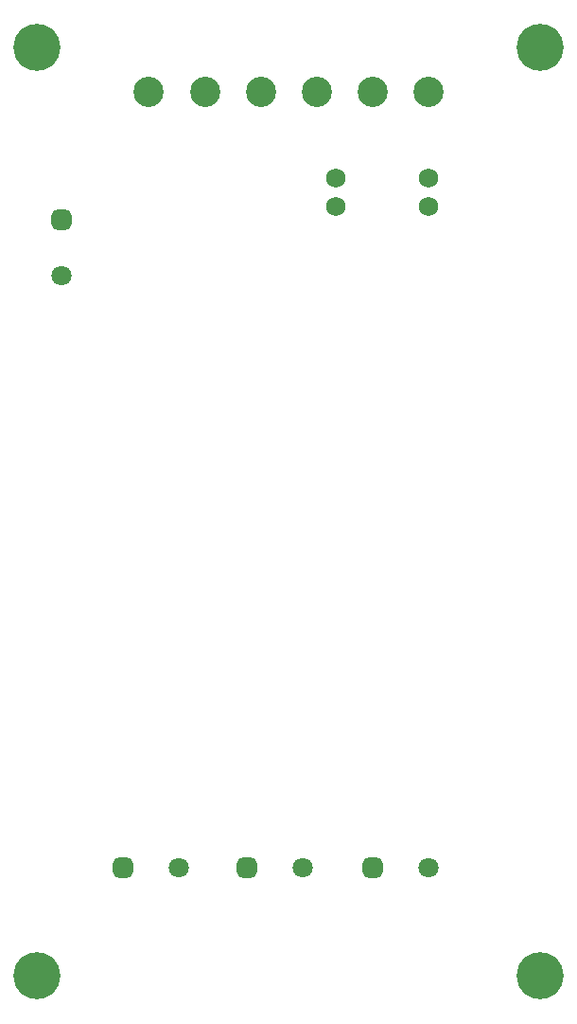
<source format=gbs>
%FSLAX44Y44*%
%MOMM*%
G71*
G01*
G75*
G04 Layer_Color=16711935*
%ADD10R,1.0000X0.9000*%
%ADD11O,0.9000X1.2000*%
%ADD12C,0.5000*%
%ADD13C,2.5000*%
%ADD14C,1.5240*%
%ADD15C,4.0000*%
G04:AMPARAMS|DCode=16|XSize=1.6mm|YSize=1.6mm|CornerRadius=0.4mm|HoleSize=0mm|Usage=FLASHONLY|Rotation=0.000|XOffset=0mm|YOffset=0mm|HoleType=Round|Shape=RoundedRectangle|*
%AMROUNDEDRECTD16*
21,1,1.6000,0.8000,0,0,0.0*
21,1,0.8000,1.6000,0,0,0.0*
1,1,0.8000,0.4000,-0.4000*
1,1,0.8000,-0.4000,-0.4000*
1,1,0.8000,-0.4000,0.4000*
1,1,0.8000,0.4000,0.4000*
%
%ADD16ROUNDEDRECTD16*%
%ADD17C,1.6000*%
G04:AMPARAMS|DCode=18|XSize=1.6mm|YSize=1.6mm|CornerRadius=0.4mm|HoleSize=0mm|Usage=FLASHONLY|Rotation=270.000|XOffset=0mm|YOffset=0mm|HoleType=Round|Shape=RoundedRectangle|*
%AMROUNDEDRECTD18*
21,1,1.6000,0.8000,0,0,270.0*
21,1,0.8000,1.6000,0,0,270.0*
1,1,0.8000,-0.4000,-0.4000*
1,1,0.8000,-0.4000,0.4000*
1,1,0.8000,0.4000,0.4000*
1,1,0.8000,0.4000,-0.4000*
%
%ADD18ROUNDEDRECTD18*%
%ADD19C,0.2500*%
%ADD20C,0.2000*%
%ADD21C,0.2540*%
%ADD22C,0.6000*%
%ADD23R,1.2032X1.1032*%
%ADD24O,1.1032X1.4032*%
%ADD25C,2.7032*%
%ADD26C,1.7272*%
%ADD27C,4.2032*%
G04:AMPARAMS|DCode=28|XSize=1.8032mm|YSize=1.8032mm|CornerRadius=0.5016mm|HoleSize=0mm|Usage=FLASHONLY|Rotation=0.000|XOffset=0mm|YOffset=0mm|HoleType=Round|Shape=RoundedRectangle|*
%AMROUNDEDRECTD28*
21,1,1.8032,0.8000,0,0,0.0*
21,1,0.8000,1.8032,0,0,0.0*
1,1,1.0032,0.4000,-0.4000*
1,1,1.0032,-0.4000,-0.4000*
1,1,1.0032,-0.4000,0.4000*
1,1,1.0032,0.4000,0.4000*
%
%ADD28ROUNDEDRECTD28*%
%ADD29C,1.8032*%
G04:AMPARAMS|DCode=30|XSize=1.8032mm|YSize=1.8032mm|CornerRadius=0.5016mm|HoleSize=0mm|Usage=FLASHONLY|Rotation=270.000|XOffset=0mm|YOffset=0mm|HoleType=Round|Shape=RoundedRectangle|*
%AMROUNDEDRECTD30*
21,1,1.8032,0.8000,0,0,270.0*
21,1,0.8000,1.8032,0,0,270.0*
1,1,1.0032,-0.4000,-0.4000*
1,1,1.0032,-0.4000,0.4000*
1,1,1.0032,0.4000,0.4000*
1,1,1.0032,0.4000,-0.4000*
%
%ADD30ROUNDEDRECTD30*%
D25*
X245000Y835000D02*
D03*
X395000D02*
D03*
X145000D02*
D03*
X195000D02*
D03*
X295000D02*
D03*
X345000D02*
D03*
D26*
X395000Y733000D02*
D03*
Y758400D02*
D03*
X312000Y733000D02*
D03*
Y758400D02*
D03*
D27*
X495000Y45000D02*
D03*
X45000D02*
D03*
Y875000D02*
D03*
X495000D02*
D03*
D28*
X345000Y142000D02*
D03*
X233000D02*
D03*
X122000D02*
D03*
D29*
X395000D02*
D03*
X283000D02*
D03*
X172000D02*
D03*
X67000Y671000D02*
D03*
D30*
Y721000D02*
D03*
M02*

</source>
